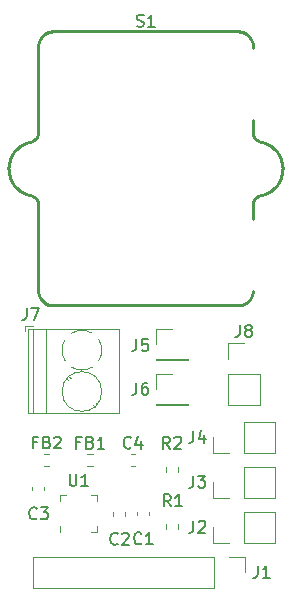
<source format=gbr>
%TF.GenerationSoftware,KiCad,Pcbnew,(6.0.7)*%
%TF.CreationDate,2022-11-28T20:00:57-08:00*%
%TF.ProjectId,max98357-amp,6d617839-3833-4353-972d-616d702e6b69,rev?*%
%TF.SameCoordinates,Original*%
%TF.FileFunction,Legend,Top*%
%TF.FilePolarity,Positive*%
%FSLAX46Y46*%
G04 Gerber Fmt 4.6, Leading zero omitted, Abs format (unit mm)*
G04 Created by KiCad (PCBNEW (6.0.7)) date 2022-11-28 20:00:57*
%MOMM*%
%LPD*%
G01*
G04 APERTURE LIST*
%ADD10C,0.150000*%
%ADD11C,0.120000*%
%ADD12C,0.264583*%
G04 APERTURE END LIST*
D10*
%TO.C,J1*%
X148764666Y-118578380D02*
X148764666Y-119292666D01*
X148717047Y-119435523D01*
X148621809Y-119530761D01*
X148478952Y-119578380D01*
X148383714Y-119578380D01*
X149764666Y-119578380D02*
X149193238Y-119578380D01*
X149478952Y-119578380D02*
X149478952Y-118578380D01*
X149383714Y-118721238D01*
X149288476Y-118816476D01*
X149193238Y-118864095D01*
%TO.C,C4*%
X138009333Y-108561142D02*
X137961714Y-108608761D01*
X137818857Y-108656380D01*
X137723619Y-108656380D01*
X137580761Y-108608761D01*
X137485523Y-108513523D01*
X137437904Y-108418285D01*
X137390285Y-108227809D01*
X137390285Y-108084952D01*
X137437904Y-107894476D01*
X137485523Y-107799238D01*
X137580761Y-107704000D01*
X137723619Y-107656380D01*
X137818857Y-107656380D01*
X137961714Y-107704000D01*
X138009333Y-107751619D01*
X138866476Y-107989714D02*
X138866476Y-108656380D01*
X138628380Y-107608761D02*
X138390285Y-108323047D01*
X139009333Y-108323047D01*
%TO.C,J6*%
X138477666Y-103084380D02*
X138477666Y-103798666D01*
X138430047Y-103941523D01*
X138334809Y-104036761D01*
X138191952Y-104084380D01*
X138096714Y-104084380D01*
X139382428Y-103084380D02*
X139191952Y-103084380D01*
X139096714Y-103132000D01*
X139049095Y-103179619D01*
X138953857Y-103322476D01*
X138906238Y-103512952D01*
X138906238Y-103893904D01*
X138953857Y-103989142D01*
X139001476Y-104036761D01*
X139096714Y-104084380D01*
X139287190Y-104084380D01*
X139382428Y-104036761D01*
X139430047Y-103989142D01*
X139477666Y-103893904D01*
X139477666Y-103655809D01*
X139430047Y-103560571D01*
X139382428Y-103512952D01*
X139287190Y-103465333D01*
X139096714Y-103465333D01*
X139001476Y-103512952D01*
X138953857Y-103560571D01*
X138906238Y-103655809D01*
%TO.C,R2*%
X141311333Y-108657380D02*
X140978000Y-108181190D01*
X140739904Y-108657380D02*
X140739904Y-107657380D01*
X141120857Y-107657380D01*
X141216095Y-107705000D01*
X141263714Y-107752619D01*
X141311333Y-107847857D01*
X141311333Y-107990714D01*
X141263714Y-108085952D01*
X141216095Y-108133571D01*
X141120857Y-108181190D01*
X140739904Y-108181190D01*
X141692285Y-107752619D02*
X141739904Y-107705000D01*
X141835142Y-107657380D01*
X142073238Y-107657380D01*
X142168476Y-107705000D01*
X142216095Y-107752619D01*
X142263714Y-107847857D01*
X142263714Y-107943095D01*
X142216095Y-108085952D01*
X141644666Y-108657380D01*
X142263714Y-108657380D01*
%TO.C,C1*%
X138898333Y-116663142D02*
X138850714Y-116710761D01*
X138707857Y-116758380D01*
X138612619Y-116758380D01*
X138469761Y-116710761D01*
X138374523Y-116615523D01*
X138326904Y-116520285D01*
X138279285Y-116329809D01*
X138279285Y-116186952D01*
X138326904Y-115996476D01*
X138374523Y-115901238D01*
X138469761Y-115806000D01*
X138612619Y-115758380D01*
X138707857Y-115758380D01*
X138850714Y-115806000D01*
X138898333Y-115853619D01*
X139850714Y-116758380D02*
X139279285Y-116758380D01*
X139565000Y-116758380D02*
X139565000Y-115758380D01*
X139469761Y-115901238D01*
X139374523Y-115996476D01*
X139279285Y-116044095D01*
%TO.C,J3*%
X143303666Y-110958380D02*
X143303666Y-111672666D01*
X143256047Y-111815523D01*
X143160809Y-111910761D01*
X143017952Y-111958380D01*
X142922714Y-111958380D01*
X143684619Y-110958380D02*
X144303666Y-110958380D01*
X143970333Y-111339333D01*
X144113190Y-111339333D01*
X144208428Y-111386952D01*
X144256047Y-111434571D01*
X144303666Y-111529809D01*
X144303666Y-111767904D01*
X144256047Y-111863142D01*
X144208428Y-111910761D01*
X144113190Y-111958380D01*
X143827476Y-111958380D01*
X143732238Y-111910761D01*
X143684619Y-111863142D01*
%TO.C,J7*%
X129206666Y-96734380D02*
X129206666Y-97448666D01*
X129159047Y-97591523D01*
X129063809Y-97686761D01*
X128920952Y-97734380D01*
X128825714Y-97734380D01*
X129587619Y-96734380D02*
X130254285Y-96734380D01*
X129825714Y-97734380D01*
%TO.C,R1*%
X141374333Y-113546380D02*
X141041000Y-113070190D01*
X140802904Y-113546380D02*
X140802904Y-112546380D01*
X141183857Y-112546380D01*
X141279095Y-112594000D01*
X141326714Y-112641619D01*
X141374333Y-112736857D01*
X141374333Y-112879714D01*
X141326714Y-112974952D01*
X141279095Y-113022571D01*
X141183857Y-113070190D01*
X140802904Y-113070190D01*
X142326714Y-113546380D02*
X141755285Y-113546380D01*
X142041000Y-113546380D02*
X142041000Y-112546380D01*
X141945761Y-112689238D01*
X141850523Y-112784476D01*
X141755285Y-112832095D01*
%TO.C,S1*%
X138512095Y-72890761D02*
X138654952Y-72938380D01*
X138893047Y-72938380D01*
X138988285Y-72890761D01*
X139035904Y-72843142D01*
X139083523Y-72747904D01*
X139083523Y-72652666D01*
X139035904Y-72557428D01*
X138988285Y-72509809D01*
X138893047Y-72462190D01*
X138702571Y-72414571D01*
X138607333Y-72366952D01*
X138559714Y-72319333D01*
X138512095Y-72224095D01*
X138512095Y-72128857D01*
X138559714Y-72033619D01*
X138607333Y-71986000D01*
X138702571Y-71938380D01*
X138940666Y-71938380D01*
X139083523Y-71986000D01*
X140035904Y-72938380D02*
X139464476Y-72938380D01*
X139750190Y-72938380D02*
X139750190Y-71938380D01*
X139654952Y-72081238D01*
X139559714Y-72176476D01*
X139464476Y-72224095D01*
%TO.C,U1*%
X132814095Y-110802380D02*
X132814095Y-111611904D01*
X132861714Y-111707142D01*
X132909333Y-111754761D01*
X133004571Y-111802380D01*
X133195047Y-111802380D01*
X133290285Y-111754761D01*
X133337904Y-111707142D01*
X133385523Y-111611904D01*
X133385523Y-110802380D01*
X134385523Y-111802380D02*
X133814095Y-111802380D01*
X134099809Y-111802380D02*
X134099809Y-110802380D01*
X134004571Y-110945238D01*
X133909333Y-111040476D01*
X133814095Y-111088095D01*
%TO.C,J5*%
X138477666Y-99401380D02*
X138477666Y-100115666D01*
X138430047Y-100258523D01*
X138334809Y-100353761D01*
X138191952Y-100401380D01*
X138096714Y-100401380D01*
X139430047Y-99401380D02*
X138953857Y-99401380D01*
X138906238Y-99877571D01*
X138953857Y-99829952D01*
X139049095Y-99782333D01*
X139287190Y-99782333D01*
X139382428Y-99829952D01*
X139430047Y-99877571D01*
X139477666Y-99972809D01*
X139477666Y-100210904D01*
X139430047Y-100306142D01*
X139382428Y-100353761D01*
X139287190Y-100401380D01*
X139049095Y-100401380D01*
X138953857Y-100353761D01*
X138906238Y-100306142D01*
%TO.C,C2*%
X136879333Y-116702142D02*
X136831714Y-116749761D01*
X136688857Y-116797380D01*
X136593619Y-116797380D01*
X136450761Y-116749761D01*
X136355523Y-116654523D01*
X136307904Y-116559285D01*
X136260285Y-116368809D01*
X136260285Y-116225952D01*
X136307904Y-116035476D01*
X136355523Y-115940238D01*
X136450761Y-115845000D01*
X136593619Y-115797380D01*
X136688857Y-115797380D01*
X136831714Y-115845000D01*
X136879333Y-115892619D01*
X137260285Y-115892619D02*
X137307904Y-115845000D01*
X137403142Y-115797380D01*
X137641238Y-115797380D01*
X137736476Y-115845000D01*
X137784095Y-115892619D01*
X137831714Y-115987857D01*
X137831714Y-116083095D01*
X137784095Y-116225952D01*
X137212666Y-116797380D01*
X137831714Y-116797380D01*
%TO.C,FB2*%
X130040666Y-108122747D02*
X129707333Y-108122747D01*
X129707333Y-108646556D02*
X129707333Y-107646556D01*
X130183523Y-107646556D01*
X130897809Y-108122747D02*
X131040666Y-108170366D01*
X131088285Y-108217985D01*
X131135904Y-108313223D01*
X131135904Y-108456080D01*
X131088285Y-108551318D01*
X131040666Y-108598937D01*
X130945428Y-108646556D01*
X130564476Y-108646556D01*
X130564476Y-107646556D01*
X130897809Y-107646556D01*
X130993047Y-107694176D01*
X131040666Y-107741795D01*
X131088285Y-107837033D01*
X131088285Y-107932271D01*
X131040666Y-108027509D01*
X130993047Y-108075128D01*
X130897809Y-108122747D01*
X130564476Y-108122747D01*
X131516857Y-107741795D02*
X131564476Y-107694176D01*
X131659714Y-107646556D01*
X131897809Y-107646556D01*
X131993047Y-107694176D01*
X132040666Y-107741795D01*
X132088285Y-107837033D01*
X132088285Y-107932271D01*
X132040666Y-108075128D01*
X131469238Y-108646556D01*
X132088285Y-108646556D01*
%TO.C,J2*%
X143303666Y-114768380D02*
X143303666Y-115482666D01*
X143256047Y-115625523D01*
X143160809Y-115720761D01*
X143017952Y-115768380D01*
X142922714Y-115768380D01*
X143732238Y-114863619D02*
X143779857Y-114816000D01*
X143875095Y-114768380D01*
X144113190Y-114768380D01*
X144208428Y-114816000D01*
X144256047Y-114863619D01*
X144303666Y-114958857D01*
X144303666Y-115054095D01*
X144256047Y-115196952D01*
X143684619Y-115768380D01*
X144303666Y-115768380D01*
%TO.C,C3*%
X130021333Y-114543142D02*
X129973714Y-114590761D01*
X129830857Y-114638380D01*
X129735619Y-114638380D01*
X129592761Y-114590761D01*
X129497523Y-114495523D01*
X129449904Y-114400285D01*
X129402285Y-114209809D01*
X129402285Y-114066952D01*
X129449904Y-113876476D01*
X129497523Y-113781238D01*
X129592761Y-113686000D01*
X129735619Y-113638380D01*
X129830857Y-113638380D01*
X129973714Y-113686000D01*
X130021333Y-113733619D01*
X130354666Y-113638380D02*
X130973714Y-113638380D01*
X130640380Y-114019333D01*
X130783238Y-114019333D01*
X130878476Y-114066952D01*
X130926095Y-114114571D01*
X130973714Y-114209809D01*
X130973714Y-114447904D01*
X130926095Y-114543142D01*
X130878476Y-114590761D01*
X130783238Y-114638380D01*
X130497523Y-114638380D01*
X130402285Y-114590761D01*
X130354666Y-114543142D01*
%TO.C,FB1*%
X133722666Y-108132571D02*
X133389333Y-108132571D01*
X133389333Y-108656380D02*
X133389333Y-107656380D01*
X133865523Y-107656380D01*
X134579809Y-108132571D02*
X134722666Y-108180190D01*
X134770285Y-108227809D01*
X134817904Y-108323047D01*
X134817904Y-108465904D01*
X134770285Y-108561142D01*
X134722666Y-108608761D01*
X134627428Y-108656380D01*
X134246476Y-108656380D01*
X134246476Y-107656380D01*
X134579809Y-107656380D01*
X134675047Y-107704000D01*
X134722666Y-107751619D01*
X134770285Y-107846857D01*
X134770285Y-107942095D01*
X134722666Y-108037333D01*
X134675047Y-108084952D01*
X134579809Y-108132571D01*
X134246476Y-108132571D01*
X135770285Y-108656380D02*
X135198857Y-108656380D01*
X135484571Y-108656380D02*
X135484571Y-107656380D01*
X135389333Y-107799238D01*
X135294095Y-107894476D01*
X135198857Y-107942095D01*
%TO.C,J8*%
X147240666Y-98209380D02*
X147240666Y-98923666D01*
X147193047Y-99066523D01*
X147097809Y-99161761D01*
X146954952Y-99209380D01*
X146859714Y-99209380D01*
X147859714Y-98637952D02*
X147764476Y-98590333D01*
X147716857Y-98542714D01*
X147669238Y-98447476D01*
X147669238Y-98399857D01*
X147716857Y-98304619D01*
X147764476Y-98257000D01*
X147859714Y-98209380D01*
X148050190Y-98209380D01*
X148145428Y-98257000D01*
X148193047Y-98304619D01*
X148240666Y-98399857D01*
X148240666Y-98447476D01*
X148193047Y-98542714D01*
X148145428Y-98590333D01*
X148050190Y-98637952D01*
X147859714Y-98637952D01*
X147764476Y-98685571D01*
X147716857Y-98733190D01*
X147669238Y-98828428D01*
X147669238Y-99018904D01*
X147716857Y-99114142D01*
X147764476Y-99161761D01*
X147859714Y-99209380D01*
X148050190Y-99209380D01*
X148145428Y-99161761D01*
X148193047Y-99114142D01*
X148240666Y-99018904D01*
X148240666Y-98828428D01*
X148193047Y-98733190D01*
X148145428Y-98685571D01*
X148050190Y-98637952D01*
%TO.C,J4*%
X143303666Y-107148380D02*
X143303666Y-107862666D01*
X143256047Y-108005523D01*
X143160809Y-108100761D01*
X143017952Y-108148380D01*
X142922714Y-108148380D01*
X144208428Y-107481714D02*
X144208428Y-108148380D01*
X143970333Y-107100761D02*
X143732238Y-107815047D01*
X144351285Y-107815047D01*
D11*
%TO.C,J1*%
X145034000Y-117796000D02*
X129734000Y-117796000D01*
X145034000Y-120456000D02*
X129734000Y-120456000D01*
X129734000Y-117796000D02*
X129734000Y-120456000D01*
X147634000Y-117796000D02*
X147634000Y-119126000D01*
X146304000Y-117796000D02*
X147634000Y-117796000D01*
X145034000Y-117796000D02*
X145034000Y-120456000D01*
%TO.C,C4*%
X138048420Y-109091000D02*
X138329580Y-109091000D01*
X138048420Y-110111000D02*
X138329580Y-110111000D01*
%TO.C,J6*%
X140148000Y-104902000D02*
X142808000Y-104902000D01*
X140148000Y-103632000D02*
X140148000Y-102302000D01*
X140148000Y-104902000D02*
X140148000Y-104962000D01*
X140148000Y-102302000D02*
X141478000Y-102302000D01*
X142808000Y-104902000D02*
X142808000Y-104962000D01*
X140148000Y-104962000D02*
X142808000Y-104962000D01*
%TO.C,R2*%
X142000500Y-110664258D02*
X142000500Y-110189742D01*
X140955500Y-110664258D02*
X140955500Y-110189742D01*
%TO.C,C1*%
X139575000Y-114300580D02*
X139575000Y-114019420D01*
X138555000Y-114300580D02*
X138555000Y-114019420D01*
%TO.C,J3*%
X147574000Y-112836000D02*
X147574000Y-110176000D01*
X150174000Y-112836000D02*
X150174000Y-110176000D01*
X144974000Y-112836000D02*
X144974000Y-111506000D01*
X146304000Y-112836000D02*
X144974000Y-112836000D01*
X147574000Y-110176000D02*
X150174000Y-110176000D01*
X147574000Y-112836000D02*
X150174000Y-112836000D01*
%TO.C,J7*%
X129758000Y-98520000D02*
X129758000Y-105640000D01*
X129698000Y-98280000D02*
X129058000Y-98280000D01*
X130858000Y-98520000D02*
X130858000Y-105640000D01*
X132917000Y-102685000D02*
X132789000Y-102556000D01*
X129058000Y-98280000D02*
X129058000Y-98680000D01*
X137018000Y-105640000D02*
X129298000Y-105640000D01*
X129298000Y-98520000D02*
X129298000Y-105640000D01*
X137018000Y-98520000D02*
X129298000Y-98520000D01*
X137018000Y-98520000D02*
X137018000Y-105640000D01*
X134927000Y-105105000D02*
X134799000Y-104976000D01*
X132677000Y-102855000D02*
X132584000Y-102761000D01*
X135133000Y-104900000D02*
X135039000Y-104806000D01*
X135298001Y-101196000D02*
G75*
G03*
X135283358Y-99440106I-1439999J866000D01*
G01*
X132418000Y-99464000D02*
G75*
G03*
X132177901Y-100358674I1440014J-866003D01*
G01*
X134724000Y-98889999D02*
G75*
G03*
X132968106Y-98904642I-866000J-1439999D01*
G01*
X132967000Y-101755000D02*
G75*
G03*
X134748193Y-101755504I891000J1425003D01*
G01*
X132178000Y-100330000D02*
G75*
G03*
X132433279Y-101220264I1679990J-3D01*
G01*
X135538000Y-103830000D02*
G75*
G03*
X135538000Y-103830000I-1680000J0D01*
G01*
%TO.C,R1*%
X142000500Y-115490258D02*
X142000500Y-115015742D01*
X140955500Y-115490258D02*
X140955500Y-115015742D01*
D12*
%TO.C,S1*%
X147918201Y-73676856D02*
X147871031Y-73635996D01*
X147550128Y-73441298D02*
X147491093Y-73418021D01*
X130824458Y-73496038D02*
X130770018Y-73527340D01*
X127697314Y-85440063D02*
X127738695Y-85603472D01*
X149685454Y-82939180D02*
X149514020Y-82852607D01*
X148470705Y-82329927D02*
X148456005Y-82308070D01*
X148346248Y-81983199D02*
X148344650Y-81955914D01*
X130524876Y-96158376D02*
X130570024Y-96201421D01*
X130366133Y-73912291D02*
X130332319Y-73965036D01*
X147416007Y-96485168D02*
X147474323Y-96466268D01*
X128359406Y-86616949D02*
X128495371Y-86733791D01*
X148616097Y-87395569D02*
X148659528Y-87364581D01*
X150844115Y-84938969D02*
X150838203Y-84770903D01*
X131311196Y-73345848D02*
X131246137Y-73354115D01*
X130139318Y-87867559D02*
X130141966Y-87894606D01*
X130017478Y-87547959D02*
X130032178Y-87569811D01*
X147890144Y-96226203D02*
X147934699Y-96186171D01*
X148705527Y-87336820D02*
X148753961Y-87312475D01*
X130222996Y-74192151D02*
X130202557Y-74252554D01*
X129734273Y-82565459D02*
X129683529Y-82586198D01*
X130770018Y-96350934D02*
X130824458Y-96382236D01*
X148362950Y-87788045D02*
X148377226Y-87736637D01*
X148344114Y-81928422D02*
X148344114Y-80802408D01*
X131057535Y-73397581D02*
X130997132Y-73418019D01*
X129683529Y-82586198D02*
X129157463Y-82777675D01*
X130997132Y-96460257D02*
X131057535Y-96480695D01*
X148575336Y-82448321D02*
X148556026Y-82430226D01*
X148284141Y-95630604D02*
X148301243Y-95571504D01*
X129912855Y-87429595D02*
X129932163Y-87447685D01*
X130185039Y-74314245D02*
X130170523Y-74377140D01*
X150365281Y-86358429D02*
X150465777Y-86218304D01*
X148127672Y-95957657D02*
X148159801Y-95906790D01*
X147044113Y-73339137D02*
X131444113Y-73339137D01*
X148556026Y-82430226D02*
X148537442Y-82411444D01*
X148344114Y-89247935D02*
X148344114Y-87949371D01*
X130524876Y-73719895D02*
X130481831Y-73765043D01*
X149685454Y-86938759D02*
X149845066Y-86841320D01*
X130170523Y-74377140D02*
X130159090Y-74441159D01*
X130481831Y-73765043D02*
X130440971Y-73812213D01*
X130135663Y-82037049D02*
X130125303Y-82089778D01*
X130092985Y-82191112D02*
X130071294Y-82239333D01*
X149992854Y-83144147D02*
X149845066Y-83036619D01*
X150554450Y-83805970D02*
X150465777Y-83659635D01*
X130440971Y-73812213D02*
X130402378Y-73861323D01*
X148442131Y-82285669D02*
X148429101Y-82262749D01*
X130111033Y-82141197D02*
X130092985Y-82191112D01*
X150838203Y-85107035D02*
X150844115Y-84938969D01*
X149330762Y-87100263D02*
X149514020Y-87025332D01*
X131057535Y-96480695D02*
X131119225Y-96498213D01*
X127933776Y-86071969D02*
X128022449Y-86218304D01*
X129850742Y-87379686D02*
X129872128Y-87395572D01*
X127667757Y-84603613D02*
X127650022Y-84770903D01*
X131377215Y-96537450D02*
X131444113Y-96539141D01*
X148779045Y-82576306D02*
X148753953Y-82565472D01*
X129734264Y-87312476D02*
X129758777Y-87324209D01*
X131182119Y-73365548D02*
X131119225Y-73380064D01*
X148344114Y-74727505D02*
X148344114Y-74639138D01*
X127697314Y-84437876D02*
X127667757Y-84603613D01*
X130402378Y-96016948D02*
X130440971Y-96066058D01*
X148804697Y-87291740D02*
X148804697Y-87291740D01*
X130170523Y-95501132D02*
X130185039Y-95564027D01*
X129985705Y-82371913D02*
X129950784Y-82411441D01*
X150465777Y-83659635D02*
X150365281Y-83519509D01*
X131246137Y-73354115D02*
X131182119Y-73365548D01*
X147044113Y-96539141D02*
X147108352Y-96537582D01*
X130150823Y-95372055D02*
X130159090Y-95437114D01*
X128974205Y-87025332D02*
X129157463Y-87100263D01*
X148369577Y-82115663D02*
X148362922Y-82089778D01*
X130144111Y-74639138D02*
X130144111Y-81928422D01*
X148189606Y-95854369D02*
X148217015Y-95800468D01*
X148416931Y-82239334D02*
X148405639Y-82215447D01*
X129782715Y-82541109D02*
X129734273Y-82565459D01*
X147745860Y-96333656D02*
X147795653Y-96300018D01*
X130150823Y-74506219D02*
X130145803Y-74572239D01*
X130366133Y-95965979D02*
X130402378Y-96016948D01*
X127738695Y-85603472D02*
X127791899Y-85763777D01*
X130144111Y-74639138D02*
X130144111Y-74639138D01*
X150631300Y-83957737D02*
X150554450Y-83805970D01*
X147770952Y-73561158D02*
X147718207Y-73527344D01*
X129709176Y-87301645D02*
X129734264Y-87312476D01*
X129758777Y-87324209D02*
X129782698Y-87336820D01*
X131119225Y-96498213D02*
X131182119Y-96512730D01*
X129828698Y-87364583D02*
X129850742Y-87379686D01*
X127650022Y-85107035D02*
X127667757Y-85274325D01*
X149845066Y-86841320D02*
X149992854Y-86733791D01*
X148337402Y-74506222D02*
X148329135Y-74441162D01*
X148352562Y-82037049D02*
X148348891Y-82010252D01*
X130617194Y-73635991D02*
X130570024Y-73676850D01*
X130144111Y-87949371D02*
X130144111Y-95239138D01*
X150749530Y-84274466D02*
X150696326Y-84114161D01*
X150790911Y-85440063D02*
X150820469Y-85274325D01*
X148595356Y-82465704D02*
X148575336Y-82448321D01*
X148056732Y-96054444D02*
X148093292Y-96006899D01*
X130332319Y-73965036D02*
X130301016Y-74019476D01*
X148616068Y-82482353D02*
X148595356Y-82465704D01*
X128359406Y-83260989D02*
X128235264Y-83386369D01*
X148335714Y-95387775D02*
X148341352Y-95324631D01*
X148362922Y-82089778D02*
X148357245Y-82063565D01*
X127933776Y-83805970D02*
X127856926Y-83957737D01*
X148018065Y-96100219D02*
X148056732Y-96054444D01*
X147963349Y-73719901D02*
X147918201Y-73676856D01*
X148285668Y-74252560D02*
X148265229Y-74192157D01*
X130001968Y-87526674D02*
X130017478Y-87547959D01*
X148264355Y-95688514D02*
X148284141Y-95630604D01*
X128235264Y-83386369D02*
X128122945Y-83519509D01*
X130046052Y-87592206D02*
X130059083Y-87615120D01*
X130824458Y-96382236D02*
X130880512Y-96410946D01*
X129950745Y-87466462D02*
X129968585Y-87485901D01*
X130272307Y-74075530D02*
X130246273Y-74133115D01*
X129912890Y-82448315D02*
X129872157Y-82482346D01*
X150820469Y-84603613D02*
X150790911Y-84437876D01*
X147795653Y-96300018D02*
X147843771Y-96264176D01*
X130570024Y-73676850D02*
X130524876Y-73719895D01*
X127650022Y-84770903D02*
X127644111Y-84938969D01*
X148705511Y-82541120D02*
X148682195Y-82527650D01*
X148159801Y-95906790D02*
X148189606Y-95854369D01*
X129985664Y-87505980D02*
X130001968Y-87526674D01*
X149514020Y-82852607D02*
X149330762Y-82777675D01*
X148155906Y-73965043D02*
X148122092Y-73912298D01*
X130144111Y-81928422D02*
X130141977Y-81983199D01*
X130301016Y-95858794D02*
X130332319Y-95913234D01*
X150365281Y-83519509D02*
X150252962Y-83386369D01*
X130046095Y-82285668D02*
X130017520Y-82329925D01*
X131246137Y-96524162D02*
X131311196Y-96532430D01*
X148344650Y-81955914D02*
X148344114Y-81928422D01*
X148519601Y-82392000D02*
X148502520Y-82371916D01*
X131311196Y-96532430D02*
X131377215Y-96537450D01*
X127644111Y-84938969D02*
X127650022Y-85107035D01*
X130938097Y-73441296D02*
X130880512Y-73467329D01*
X150128819Y-86616949D02*
X150252962Y-86491570D01*
X148416972Y-87638523D02*
X148442173Y-87592199D01*
X129872128Y-87395572D02*
X129892838Y-87412216D01*
X128022449Y-83659635D02*
X127933776Y-83805970D01*
X150696326Y-84114161D02*
X150631300Y-83957737D01*
X148357245Y-82063565D02*
X148352562Y-82037049D01*
X128122945Y-83519509D02*
X128022449Y-83659635D01*
X129157463Y-87100263D02*
X129683529Y-87291740D01*
X147044113Y-96539141D02*
X147044113Y-96539141D01*
X130144111Y-95239138D02*
X130145803Y-95306036D01*
X148093292Y-96006899D02*
X148127672Y-95957657D01*
X147356523Y-96501359D02*
X147416007Y-96485168D01*
X148329135Y-74441162D02*
X148317702Y-74377145D01*
X129872157Y-82482346D02*
X129828721Y-82513341D01*
X128495371Y-86733791D02*
X128643160Y-86841320D01*
X130144111Y-95239138D02*
X130144111Y-95239138D01*
X150128819Y-83260989D02*
X149992854Y-83144147D01*
X130159090Y-95437114D02*
X130170523Y-95501132D01*
X150465777Y-86218304D02*
X150554450Y-86071969D01*
X148346260Y-87894603D02*
X148352583Y-87840764D01*
X129892838Y-87412216D02*
X129912855Y-87429595D01*
X148729436Y-82553735D02*
X148705511Y-82541120D01*
X129683529Y-82586198D02*
X129683529Y-82586198D01*
X150790911Y-84437876D02*
X150749530Y-84274466D01*
X130997132Y-73418019D02*
X130938097Y-73441296D01*
X149330762Y-87100263D02*
X149330762Y-87100263D01*
X130272307Y-95802740D02*
X130301016Y-95858794D01*
X148217015Y-95800468D02*
X148241955Y-95745159D01*
X148301243Y-95571504D02*
X148315587Y-95511284D01*
X130071253Y-87638530D02*
X130082547Y-87662411D01*
X148317702Y-74377145D02*
X148303186Y-74314250D01*
X147474323Y-96466268D02*
X147531400Y-96444731D01*
X148344114Y-74639138D02*
X148344114Y-74639138D01*
X148456005Y-82308070D02*
X148442131Y-82285669D01*
X130332319Y-95913234D02*
X130366133Y-95965979D01*
X130017520Y-82329925D02*
X129985705Y-82371913D01*
X130059083Y-87615120D02*
X130071253Y-87638530D01*
X147663767Y-73496041D02*
X147607713Y-73467332D01*
X130082547Y-87662411D02*
X130092947Y-87686740D01*
X129782698Y-87336820D02*
X129806011Y-87350286D01*
X149514020Y-87025332D02*
X149685454Y-86938759D01*
X131182119Y-96512730D02*
X131246137Y-96524162D01*
X127667757Y-85274325D02*
X127697314Y-85440063D01*
X150696326Y-85763777D02*
X150749530Y-85603472D01*
X148344114Y-87949371D02*
X148344114Y-87949371D01*
X130118617Y-87762172D02*
X130125275Y-87788051D01*
X150749530Y-85603472D02*
X150790911Y-85440063D01*
X148804697Y-82586214D02*
X148804697Y-82586214D01*
X148241955Y-95745159D02*
X148264355Y-95688514D01*
X130617194Y-96242281D02*
X130666304Y-96280875D01*
X130246273Y-74133115D02*
X130222996Y-74192151D01*
X148085847Y-73861330D02*
X148047254Y-73812220D01*
X130185039Y-95564027D02*
X130202557Y-95625717D01*
X148315587Y-95511284D02*
X148327101Y-95450017D01*
X148486216Y-82351217D02*
X148470705Y-82329927D01*
X130717273Y-73561154D02*
X130666304Y-73597398D01*
X130125275Y-87788051D02*
X130130956Y-87814258D01*
X128022449Y-86218304D02*
X128122945Y-86358429D01*
X130770018Y-73527340D02*
X130717273Y-73561154D01*
X147871031Y-73635996D02*
X147821920Y-73597403D01*
X130301016Y-74019476D02*
X130272307Y-74075530D01*
X131119225Y-73380064D02*
X131057535Y-73397581D01*
X130481831Y-96113228D02*
X130524876Y-96158376D01*
X129806011Y-87350286D02*
X129828698Y-87364583D01*
X130135642Y-87840768D02*
X130139318Y-87867559D01*
X149330762Y-82777675D02*
X149330762Y-82777675D01*
X147843771Y-96264176D02*
X147890144Y-96226203D01*
X148344114Y-74639138D02*
X148342422Y-74572241D01*
X147234339Y-96525323D02*
X147295943Y-96514768D01*
X148377226Y-87736637D02*
X148395279Y-87686733D01*
X148502520Y-82371916D02*
X148486216Y-82351217D01*
X147607713Y-73467332D02*
X147550128Y-73441298D01*
X128122945Y-86358429D02*
X128235264Y-86491570D01*
X148637457Y-82498243D02*
X148616068Y-82482353D01*
X131444113Y-73339137D02*
X131377215Y-73340828D01*
X128235264Y-86491570D02*
X128359406Y-86616949D01*
X148047254Y-73812220D02*
X148006394Y-73765049D01*
X130202557Y-74252554D02*
X130185039Y-74314245D01*
X148470747Y-87547952D02*
X148502561Y-87505975D01*
X130402378Y-73861323D02*
X130366133Y-73912291D01*
X148187209Y-74019484D02*
X148155906Y-73965043D01*
X148575370Y-87429592D02*
X148616097Y-87395569D01*
X147977364Y-96144152D02*
X148018065Y-96100219D01*
X127856926Y-83957737D02*
X127791899Y-84114161D01*
X131444113Y-73339137D02*
X131444113Y-73339137D01*
X148804697Y-87291740D02*
X149330762Y-87100263D01*
X147108352Y-96537582D02*
X147171785Y-96532952D01*
X148537442Y-82411444D02*
X148519601Y-82392000D01*
X149992854Y-86733791D02*
X150128819Y-86616949D01*
X148442173Y-87592199D02*
X148470747Y-87547952D01*
X128643160Y-86841320D02*
X128802771Y-86938759D01*
X150252962Y-86491570D02*
X150365281Y-86358429D01*
X148344114Y-81928422D02*
X148344114Y-81928422D01*
X128974205Y-82852607D02*
X128802771Y-82939180D01*
X129157463Y-82777675D02*
X129157463Y-82777675D01*
X130141966Y-87894606D02*
X130143569Y-87921884D01*
X129968585Y-87485901D02*
X129985664Y-87505980D01*
X147369000Y-73380065D02*
X147306106Y-73365548D01*
X128643160Y-83036619D02*
X128495371Y-83144147D01*
X130032178Y-87569811D02*
X130046052Y-87592206D01*
X147934699Y-96186171D02*
X147977364Y-96144152D01*
X148753953Y-82565472D02*
X148729436Y-82553735D01*
X147718207Y-73527344D02*
X147663767Y-73496041D01*
X127791899Y-84114161D02*
X127738695Y-84274466D01*
X130159090Y-74441159D02*
X130150823Y-74506219D01*
X127738695Y-84274466D02*
X127697314Y-84437876D01*
X148006394Y-73765049D02*
X147963349Y-73719901D01*
X130110999Y-87736644D02*
X130118617Y-87762172D01*
X148502561Y-87505975D02*
X148537480Y-87466457D01*
X147821920Y-73597403D02*
X147770952Y-73561158D01*
X148753961Y-87312475D02*
X148804697Y-87291740D01*
X130880512Y-73467329D02*
X130824458Y-73496038D01*
X147242088Y-73354116D02*
X147177029Y-73345849D01*
X148395240Y-82191113D02*
X148385753Y-82166354D01*
X150838203Y-84770903D02*
X150820469Y-84603613D01*
X148348891Y-82010252D02*
X148346248Y-81983199D01*
X148352583Y-87840764D02*
X148362950Y-87788045D01*
X130144111Y-87949371D02*
X130144111Y-87949371D01*
X130141977Y-81983199D02*
X130135663Y-82037049D01*
X148385753Y-82166354D02*
X148377192Y-82141197D01*
X127791899Y-85763777D02*
X127856926Y-85920201D01*
X129157463Y-82777675D02*
X128974205Y-82852607D01*
X130666304Y-96280875D02*
X130717273Y-96317119D01*
X148377192Y-82141197D02*
X148369577Y-82115663D01*
X148537480Y-87466457D02*
X148575370Y-87429592D01*
X148395279Y-87686733D02*
X148416972Y-87638523D01*
X148804697Y-82586214D02*
X148779045Y-82576306D01*
X147171785Y-96532952D02*
X147234339Y-96525323D01*
X130938097Y-96436980D02*
X130997132Y-96460257D01*
X130717273Y-96317119D02*
X130770018Y-96350934D01*
X130202557Y-95625717D02*
X130222996Y-95686120D01*
X131444113Y-96539141D02*
X147044113Y-96539141D01*
X147587164Y-96420629D02*
X147641544Y-96394034D01*
X130145803Y-74572239D02*
X130144111Y-74639138D01*
X147641544Y-96394034D02*
X147694467Y-96365019D01*
X148303186Y-74314250D02*
X148285668Y-74252560D01*
X127856926Y-85920201D02*
X127933776Y-86071969D01*
X147430690Y-73397583D02*
X147369000Y-73380065D01*
X148241952Y-74133122D02*
X148215918Y-74075537D01*
X150252962Y-83386369D02*
X150128819Y-83260989D01*
X148429101Y-82262749D02*
X148416931Y-82239334D01*
X129932163Y-87447685D02*
X129950745Y-87466462D01*
X130666304Y-73597398D02*
X130617194Y-73635991D01*
X130143569Y-87921884D02*
X130144111Y-87949371D01*
X147491093Y-73418021D02*
X147430690Y-73397583D01*
X130092947Y-87686740D02*
X130102436Y-87711492D01*
X150631300Y-85920201D02*
X150696326Y-85763777D01*
X129950784Y-82411441D02*
X129912890Y-82448315D01*
X130145803Y-95306036D02*
X130150823Y-95372055D01*
X130130956Y-87814258D02*
X130135642Y-87840768D01*
X129683529Y-87291740D02*
X129683529Y-87291740D01*
X147306106Y-73365548D02*
X147242088Y-73354116D01*
X130144111Y-81928422D02*
X130144111Y-81928422D01*
X128802771Y-82939180D02*
X128643160Y-83036619D01*
X148342422Y-74572241D02*
X148337402Y-74506222D01*
X130071294Y-82239333D02*
X130046095Y-82285668D01*
X130440971Y-96066058D02*
X130481831Y-96113228D01*
X147295943Y-96514768D02*
X147356523Y-96501359D01*
X130222996Y-95686120D02*
X130246273Y-95745155D01*
X130570024Y-96201421D02*
X130617194Y-96242281D01*
X129683529Y-87291740D02*
X129709176Y-87301645D01*
X149330762Y-82777675D02*
X148804697Y-82586214D01*
X148659504Y-82513350D02*
X148637457Y-82498243D01*
X131444113Y-96539141D02*
X131444113Y-96539141D01*
X150554450Y-86071969D02*
X150631300Y-85920201D01*
X149845066Y-83036619D02*
X149685454Y-82939180D01*
X148122092Y-73912298D02*
X148085847Y-73861330D01*
X147531400Y-96444731D02*
X147587164Y-96420629D01*
X150820469Y-85274325D02*
X150838203Y-85107035D01*
X147177029Y-73345849D02*
X147111010Y-73340828D01*
X128495371Y-83144147D02*
X128359406Y-83260989D01*
X129157463Y-87100263D02*
X129157463Y-87100263D01*
X148215918Y-74075537D02*
X148187209Y-74019484D01*
X148682195Y-82527650D02*
X148659504Y-82513350D01*
X147111010Y-73340828D02*
X147044113Y-73339137D01*
X148327101Y-95450017D02*
X148335714Y-95387775D01*
X128802771Y-86938759D02*
X128974205Y-87025332D01*
X148344114Y-87949371D02*
X148346260Y-87894603D01*
X148265229Y-74192157D02*
X148241952Y-74133122D01*
X129828721Y-82513341D02*
X129782715Y-82541109D01*
X130125303Y-82089778D02*
X130111033Y-82141197D01*
X131377215Y-73340828D02*
X131311196Y-73345848D01*
X130102436Y-87711492D02*
X130110999Y-87736644D01*
X130880512Y-96410946D02*
X130938097Y-96436980D01*
X130246273Y-95745155D02*
X130272307Y-95802740D01*
X147694467Y-96365019D02*
X147745860Y-96333656D01*
X148659528Y-87364581D02*
X148705527Y-87336820D01*
X147044113Y-73339137D02*
X147044113Y-73339137D01*
X148405639Y-82215447D02*
X148395240Y-82191113D01*
D11*
%TO.C,U1*%
X135116000Y-113105000D02*
X135116000Y-112630000D01*
X135116000Y-115235000D02*
X135116000Y-115710000D01*
X132036000Y-112630000D02*
X132511000Y-112630000D01*
X135116000Y-115710000D02*
X134641000Y-115710000D01*
X135116000Y-112630000D02*
X134641000Y-112630000D01*
X132036000Y-113105000D02*
X132036000Y-112630000D01*
X132036000Y-115237000D02*
X132036000Y-115710000D01*
%TO.C,J5*%
X142808000Y-101092000D02*
X142808000Y-101152000D01*
X140148000Y-98492000D02*
X141478000Y-98492000D01*
X140148000Y-101092000D02*
X142808000Y-101092000D01*
X140148000Y-101092000D02*
X140148000Y-101152000D01*
X140148000Y-99822000D02*
X140148000Y-98492000D01*
X140148000Y-101152000D02*
X142808000Y-101152000D01*
%TO.C,C2*%
X137543000Y-114326580D02*
X137543000Y-114045420D01*
X136523000Y-114326580D02*
X136523000Y-114045420D01*
%TO.C,FB2*%
X131111258Y-109078500D02*
X130636742Y-109078500D01*
X131111258Y-110123500D02*
X130636742Y-110123500D01*
%TO.C,J2*%
X144974000Y-116646000D02*
X144974000Y-115316000D01*
X147574000Y-116646000D02*
X147574000Y-113986000D01*
X147574000Y-116646000D02*
X150174000Y-116646000D01*
X150174000Y-116646000D02*
X150174000Y-113986000D01*
X146304000Y-116646000D02*
X144974000Y-116646000D01*
X147574000Y-113986000D02*
X150174000Y-113986000D01*
%TO.C,C3*%
X130685000Y-111886420D02*
X130685000Y-112167580D01*
X129665000Y-111886420D02*
X129665000Y-112167580D01*
%TO.C,FB1*%
X134318742Y-109078500D02*
X134793258Y-109078500D01*
X134318742Y-110123500D02*
X134793258Y-110123500D01*
%TO.C,J8*%
X146244000Y-101087000D02*
X146244000Y-99757000D01*
X146244000Y-102357000D02*
X148904000Y-102357000D01*
X146244000Y-99757000D02*
X147574000Y-99757000D01*
X148904000Y-102357000D02*
X148904000Y-104957000D01*
X146244000Y-104957000D02*
X148904000Y-104957000D01*
X146244000Y-102357000D02*
X146244000Y-104957000D01*
%TO.C,J4*%
X147574000Y-109026000D02*
X147574000Y-106366000D01*
X146304000Y-109026000D02*
X144974000Y-109026000D01*
X144974000Y-109026000D02*
X144974000Y-107696000D01*
X147574000Y-109026000D02*
X150174000Y-109026000D01*
X150174000Y-109026000D02*
X150174000Y-106366000D01*
X147574000Y-106366000D02*
X150174000Y-106366000D01*
%TD*%
M02*

</source>
